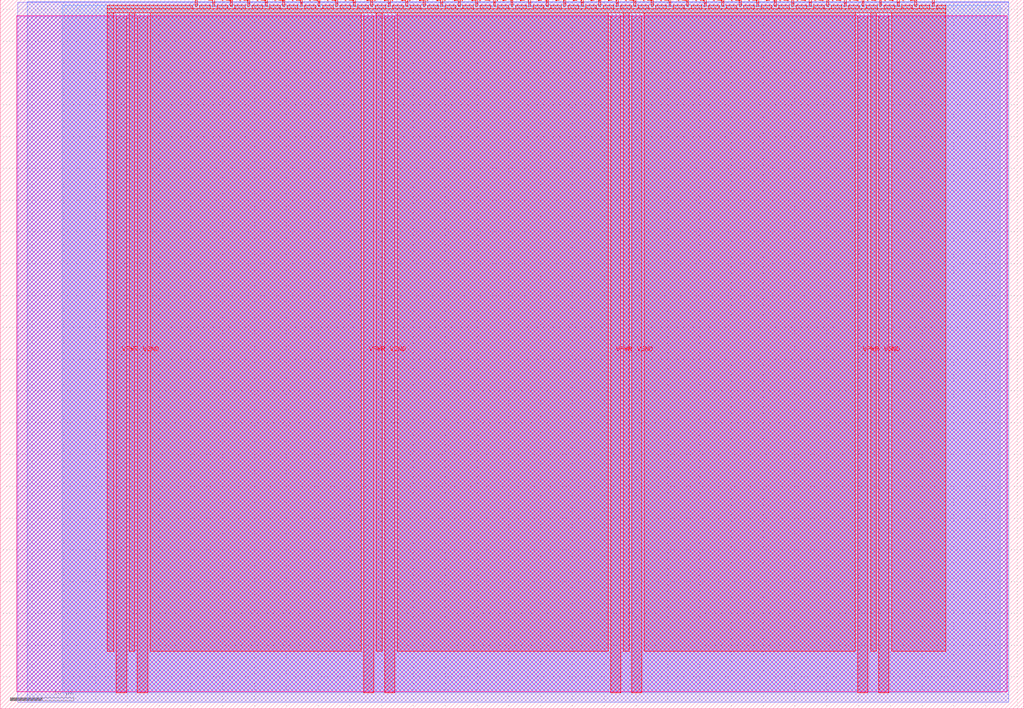
<source format=lef>
VERSION 5.7 ;
  NOWIREEXTENSIONATPIN ON ;
  DIVIDERCHAR "/" ;
  BUSBITCHARS "[]" ;
MACRO tt_um_dumb_turing_yliu_hashed
  CLASS BLOCK ;
  FOREIGN tt_um_dumb_turing_yliu_hashed ;
  ORIGIN 0.000 0.000 ;
  SIZE 161.000 BY 111.520 ;
  PIN VGND
    DIRECTION INOUT ;
    USE GROUND ;
    PORT
      LAYER met4 ;
        RECT 21.580 2.480 23.180 109.040 ;
    END
    PORT
      LAYER met4 ;
        RECT 60.450 2.480 62.050 109.040 ;
    END
    PORT
      LAYER met4 ;
        RECT 99.320 2.480 100.920 109.040 ;
    END
    PORT
      LAYER met4 ;
        RECT 138.190 2.480 139.790 109.040 ;
    END
  END VGND
  PIN VPWR
    DIRECTION INOUT ;
    USE POWER ;
    PORT
      LAYER met4 ;
        RECT 18.280 2.480 19.880 109.040 ;
    END
    PORT
      LAYER met4 ;
        RECT 57.150 2.480 58.750 109.040 ;
    END
    PORT
      LAYER met4 ;
        RECT 96.020 2.480 97.620 109.040 ;
    END
    PORT
      LAYER met4 ;
        RECT 134.890 2.480 136.490 109.040 ;
    END
  END VPWR
  PIN clk
    DIRECTION INPUT ;
    USE SIGNAL ;
    ANTENNAGATEAREA 0.852000 ;
    PORT
      LAYER met4 ;
        RECT 143.830 110.520 144.130 111.520 ;
    END
  END clk
  PIN ena
    DIRECTION INPUT ;
    USE SIGNAL ;
    PORT
      LAYER met4 ;
        RECT 146.590 110.520 146.890 111.520 ;
    END
  END ena
  PIN rst_n
    DIRECTION INPUT ;
    USE SIGNAL ;
    ANTENNAGATEAREA 0.126000 ;
    PORT
      LAYER met4 ;
        RECT 141.070 110.520 141.370 111.520 ;
    END
  END rst_n
  PIN ui_in[0]
    DIRECTION INPUT ;
    USE SIGNAL ;
    ANTENNAGATEAREA 0.196500 ;
    PORT
      LAYER met4 ;
        RECT 138.310 110.520 138.610 111.520 ;
    END
  END ui_in[0]
  PIN ui_in[1]
    DIRECTION INPUT ;
    USE SIGNAL ;
    ANTENNAGATEAREA 0.196500 ;
    PORT
      LAYER met4 ;
        RECT 135.550 110.520 135.850 111.520 ;
    END
  END ui_in[1]
  PIN ui_in[2]
    DIRECTION INPUT ;
    USE SIGNAL ;
    ANTENNAGATEAREA 0.196500 ;
    PORT
      LAYER met4 ;
        RECT 132.790 110.520 133.090 111.520 ;
    END
  END ui_in[2]
  PIN ui_in[3]
    DIRECTION INPUT ;
    USE SIGNAL ;
    ANTENNAGATEAREA 0.196500 ;
    PORT
      LAYER met4 ;
        RECT 130.030 110.520 130.330 111.520 ;
    END
  END ui_in[3]
  PIN ui_in[4]
    DIRECTION INPUT ;
    USE SIGNAL ;
    ANTENNAGATEAREA 0.196500 ;
    PORT
      LAYER met4 ;
        RECT 127.270 110.520 127.570 111.520 ;
    END
  END ui_in[4]
  PIN ui_in[5]
    DIRECTION INPUT ;
    USE SIGNAL ;
    ANTENNAGATEAREA 0.196500 ;
    PORT
      LAYER met4 ;
        RECT 124.510 110.520 124.810 111.520 ;
    END
  END ui_in[5]
  PIN ui_in[6]
    DIRECTION INPUT ;
    USE SIGNAL ;
    ANTENNAGATEAREA 0.196500 ;
    PORT
      LAYER met4 ;
        RECT 121.750 110.520 122.050 111.520 ;
    END
  END ui_in[6]
  PIN ui_in[7]
    DIRECTION INPUT ;
    USE SIGNAL ;
    ANTENNAGATEAREA 0.196500 ;
    PORT
      LAYER met4 ;
        RECT 118.990 110.520 119.290 111.520 ;
    END
  END ui_in[7]
  PIN uio_in[0]
    DIRECTION INPUT ;
    USE SIGNAL ;
    PORT
      LAYER met4 ;
        RECT 116.230 110.520 116.530 111.520 ;
    END
  END uio_in[0]
  PIN uio_in[1]
    DIRECTION INPUT ;
    USE SIGNAL ;
    PORT
      LAYER met4 ;
        RECT 113.470 110.520 113.770 111.520 ;
    END
  END uio_in[1]
  PIN uio_in[2]
    DIRECTION INPUT ;
    USE SIGNAL ;
    ANTENNAGATEAREA 0.196500 ;
    PORT
      LAYER met4 ;
        RECT 110.710 110.520 111.010 111.520 ;
    END
  END uio_in[2]
  PIN uio_in[3]
    DIRECTION INPUT ;
    USE SIGNAL ;
    PORT
      LAYER met4 ;
        RECT 107.950 110.520 108.250 111.520 ;
    END
  END uio_in[3]
  PIN uio_in[4]
    DIRECTION INPUT ;
    USE SIGNAL ;
    PORT
      LAYER met4 ;
        RECT 105.190 110.520 105.490 111.520 ;
    END
  END uio_in[4]
  PIN uio_in[5]
    DIRECTION INPUT ;
    USE SIGNAL ;
    PORT
      LAYER met4 ;
        RECT 102.430 110.520 102.730 111.520 ;
    END
  END uio_in[5]
  PIN uio_in[6]
    DIRECTION INPUT ;
    USE SIGNAL ;
    ANTENNAGATEAREA 0.196500 ;
    PORT
      LAYER met4 ;
        RECT 99.670 110.520 99.970 111.520 ;
    END
  END uio_in[6]
  PIN uio_in[7]
    DIRECTION INPUT ;
    USE SIGNAL ;
    PORT
      LAYER met4 ;
        RECT 96.910 110.520 97.210 111.520 ;
    END
  END uio_in[7]
  PIN uio_oe[0]
    DIRECTION OUTPUT ;
    USE SIGNAL ;
    PORT
      LAYER met4 ;
        RECT 49.990 110.520 50.290 111.520 ;
    END
  END uio_oe[0]
  PIN uio_oe[1]
    DIRECTION OUTPUT ;
    USE SIGNAL ;
    PORT
      LAYER met4 ;
        RECT 47.230 110.520 47.530 111.520 ;
    END
  END uio_oe[1]
  PIN uio_oe[2]
    DIRECTION OUTPUT ;
    USE SIGNAL ;
    PORT
      LAYER met4 ;
        RECT 44.470 110.520 44.770 111.520 ;
    END
  END uio_oe[2]
  PIN uio_oe[3]
    DIRECTION OUTPUT ;
    USE SIGNAL ;
    PORT
      LAYER met4 ;
        RECT 41.710 110.520 42.010 111.520 ;
    END
  END uio_oe[3]
  PIN uio_oe[4]
    DIRECTION OUTPUT ;
    USE SIGNAL ;
    PORT
      LAYER met4 ;
        RECT 38.950 110.520 39.250 111.520 ;
    END
  END uio_oe[4]
  PIN uio_oe[5]
    DIRECTION OUTPUT ;
    USE SIGNAL ;
    PORT
      LAYER met4 ;
        RECT 36.190 110.520 36.490 111.520 ;
    END
  END uio_oe[5]
  PIN uio_oe[6]
    DIRECTION OUTPUT ;
    USE SIGNAL ;
    PORT
      LAYER met4 ;
        RECT 33.430 110.520 33.730 111.520 ;
    END
  END uio_oe[6]
  PIN uio_oe[7]
    DIRECTION OUTPUT ;
    USE SIGNAL ;
    PORT
      LAYER met4 ;
        RECT 30.670 110.520 30.970 111.520 ;
    END
  END uio_oe[7]
  PIN uio_out[0]
    DIRECTION OUTPUT ;
    USE SIGNAL ;
    ANTENNAGATEAREA 0.621000 ;
    ANTENNADIFFAREA 1.075200 ;
    PORT
      LAYER met4 ;
        RECT 72.070 110.520 72.370 111.520 ;
    END
  END uio_out[0]
  PIN uio_out[1]
    DIRECTION OUTPUT ;
    USE SIGNAL ;
    ANTENNADIFFAREA 0.445500 ;
    PORT
      LAYER met4 ;
        RECT 69.310 110.520 69.610 111.520 ;
    END
  END uio_out[1]
  PIN uio_out[2]
    DIRECTION OUTPUT ;
    USE SIGNAL ;
    PORT
      LAYER met4 ;
        RECT 66.550 110.520 66.850 111.520 ;
    END
  END uio_out[2]
  PIN uio_out[3]
    DIRECTION OUTPUT ;
    USE SIGNAL ;
    ANTENNADIFFAREA 0.445500 ;
    PORT
      LAYER met4 ;
        RECT 63.790 110.520 64.090 111.520 ;
    END
  END uio_out[3]
  PIN uio_out[4]
    DIRECTION OUTPUT ;
    USE SIGNAL ;
    ANTENNAGATEAREA 0.868500 ;
    ANTENNADIFFAREA 1.075200 ;
    PORT
      LAYER met4 ;
        RECT 61.030 110.520 61.330 111.520 ;
    END
  END uio_out[4]
  PIN uio_out[5]
    DIRECTION OUTPUT ;
    USE SIGNAL ;
    ANTENNADIFFAREA 0.445500 ;
    PORT
      LAYER met4 ;
        RECT 58.270 110.520 58.570 111.520 ;
    END
  END uio_out[5]
  PIN uio_out[6]
    DIRECTION OUTPUT ;
    USE SIGNAL ;
    PORT
      LAYER met4 ;
        RECT 55.510 110.520 55.810 111.520 ;
    END
  END uio_out[6]
  PIN uio_out[7]
    DIRECTION OUTPUT ;
    USE SIGNAL ;
    ANTENNADIFFAREA 0.445500 ;
    PORT
      LAYER met4 ;
        RECT 52.750 110.520 53.050 111.520 ;
    END
  END uio_out[7]
  PIN uo_out[0]
    DIRECTION OUTPUT ;
    USE SIGNAL ;
    ANTENNAGATEAREA 0.126000 ;
    ANTENNADIFFAREA 0.891000 ;
    PORT
      LAYER met4 ;
        RECT 94.150 110.520 94.450 111.520 ;
    END
  END uo_out[0]
  PIN uo_out[1]
    DIRECTION OUTPUT ;
    USE SIGNAL ;
    ANTENNAGATEAREA 0.126000 ;
    ANTENNADIFFAREA 0.891000 ;
    PORT
      LAYER met4 ;
        RECT 91.390 110.520 91.690 111.520 ;
    END
  END uo_out[1]
  PIN uo_out[2]
    DIRECTION OUTPUT ;
    USE SIGNAL ;
    ANTENNAGATEAREA 0.126000 ;
    ANTENNADIFFAREA 0.891000 ;
    PORT
      LAYER met4 ;
        RECT 88.630 110.520 88.930 111.520 ;
    END
  END uo_out[2]
  PIN uo_out[3]
    DIRECTION OUTPUT ;
    USE SIGNAL ;
    ANTENNAGATEAREA 0.126000 ;
    ANTENNADIFFAREA 0.891000 ;
    PORT
      LAYER met4 ;
        RECT 85.870 110.520 86.170 111.520 ;
    END
  END uo_out[3]
  PIN uo_out[4]
    DIRECTION OUTPUT ;
    USE SIGNAL ;
    ANTENNAGATEAREA 0.126000 ;
    ANTENNADIFFAREA 0.891000 ;
    PORT
      LAYER met4 ;
        RECT 83.110 110.520 83.410 111.520 ;
    END
  END uo_out[4]
  PIN uo_out[5]
    DIRECTION OUTPUT ;
    USE SIGNAL ;
    ANTENNAGATEAREA 0.126000 ;
    ANTENNADIFFAREA 0.891000 ;
    PORT
      LAYER met4 ;
        RECT 80.350 110.520 80.650 111.520 ;
    END
  END uo_out[5]
  PIN uo_out[6]
    DIRECTION OUTPUT ;
    USE SIGNAL ;
    ANTENNAGATEAREA 0.126000 ;
    ANTENNADIFFAREA 0.891000 ;
    PORT
      LAYER met4 ;
        RECT 77.590 110.520 77.890 111.520 ;
    END
  END uo_out[6]
  PIN uo_out[7]
    DIRECTION OUTPUT ;
    USE SIGNAL ;
    ANTENNAGATEAREA 0.126000 ;
    ANTENNADIFFAREA 0.891000 ;
    PORT
      LAYER met4 ;
        RECT 74.830 110.520 75.130 111.520 ;
    END
  END uo_out[7]
  OBS
      LAYER nwell ;
        RECT 2.570 2.635 158.430 108.990 ;
      LAYER li1 ;
        RECT 2.760 2.635 158.240 108.885 ;
      LAYER met1 ;
        RECT 2.760 1.060 158.630 111.140 ;
      LAYER met2 ;
        RECT 4.240 1.030 158.600 111.170 ;
      LAYER met3 ;
        RECT 9.725 2.555 157.255 110.665 ;
      LAYER met4 ;
        RECT 16.855 110.120 30.270 110.665 ;
        RECT 31.370 110.120 33.030 110.665 ;
        RECT 34.130 110.120 35.790 110.665 ;
        RECT 36.890 110.120 38.550 110.665 ;
        RECT 39.650 110.120 41.310 110.665 ;
        RECT 42.410 110.120 44.070 110.665 ;
        RECT 45.170 110.120 46.830 110.665 ;
        RECT 47.930 110.120 49.590 110.665 ;
        RECT 50.690 110.120 52.350 110.665 ;
        RECT 53.450 110.120 55.110 110.665 ;
        RECT 56.210 110.120 57.870 110.665 ;
        RECT 58.970 110.120 60.630 110.665 ;
        RECT 61.730 110.120 63.390 110.665 ;
        RECT 64.490 110.120 66.150 110.665 ;
        RECT 67.250 110.120 68.910 110.665 ;
        RECT 70.010 110.120 71.670 110.665 ;
        RECT 72.770 110.120 74.430 110.665 ;
        RECT 75.530 110.120 77.190 110.665 ;
        RECT 78.290 110.120 79.950 110.665 ;
        RECT 81.050 110.120 82.710 110.665 ;
        RECT 83.810 110.120 85.470 110.665 ;
        RECT 86.570 110.120 88.230 110.665 ;
        RECT 89.330 110.120 90.990 110.665 ;
        RECT 92.090 110.120 93.750 110.665 ;
        RECT 94.850 110.120 96.510 110.665 ;
        RECT 97.610 110.120 99.270 110.665 ;
        RECT 100.370 110.120 102.030 110.665 ;
        RECT 103.130 110.120 104.790 110.665 ;
        RECT 105.890 110.120 107.550 110.665 ;
        RECT 108.650 110.120 110.310 110.665 ;
        RECT 111.410 110.120 113.070 110.665 ;
        RECT 114.170 110.120 115.830 110.665 ;
        RECT 116.930 110.120 118.590 110.665 ;
        RECT 119.690 110.120 121.350 110.665 ;
        RECT 122.450 110.120 124.110 110.665 ;
        RECT 125.210 110.120 126.870 110.665 ;
        RECT 127.970 110.120 129.630 110.665 ;
        RECT 130.730 110.120 132.390 110.665 ;
        RECT 133.490 110.120 135.150 110.665 ;
        RECT 136.250 110.120 137.910 110.665 ;
        RECT 139.010 110.120 140.670 110.665 ;
        RECT 141.770 110.120 143.430 110.665 ;
        RECT 144.530 110.120 146.190 110.665 ;
        RECT 147.290 110.120 148.745 110.665 ;
        RECT 16.855 109.440 148.745 110.120 ;
        RECT 16.855 9.015 17.880 109.440 ;
        RECT 20.280 9.015 21.180 109.440 ;
        RECT 23.580 9.015 56.750 109.440 ;
        RECT 59.150 9.015 60.050 109.440 ;
        RECT 62.450 9.015 95.620 109.440 ;
        RECT 98.020 9.015 98.920 109.440 ;
        RECT 101.320 9.015 134.490 109.440 ;
        RECT 136.890 9.015 137.790 109.440 ;
        RECT 140.190 9.015 148.745 109.440 ;
  END
END tt_um_dumb_turing_yliu_hashed
END LIBRARY


</source>
